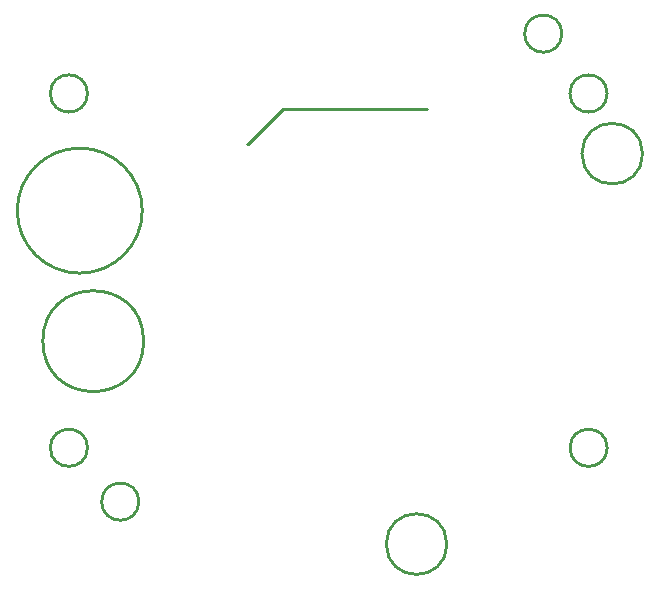
<source format=gbr>
%TF.GenerationSoftware,Altium Limited,Altium Designer,23.3.1 (30)*%
G04 Layer_Color=16711935*
%FSLAX45Y45*%
%MOMM*%
%TF.SameCoordinates,3FCD108A-851F-4062-9BED-621BEB009867*%
%TF.FilePolarity,Positive*%
%TF.FileFunction,Other,Mechanical_1*%
%TF.Part,Single*%
G01*
G75*
%TA.AperFunction,NonConductor*%
%ADD42C,0.25400*%
D42*
X7290859Y5212363D02*
G03*
X7290859Y5212363I-157480J0D01*
G01*
X2890859D02*
G03*
X2890859Y5212363I-157480J0D01*
G01*
Y2212363D02*
G03*
X2890859Y2212363I-157480J0D01*
G01*
X3325559Y1756563D02*
G03*
X3325559Y1756563I-157480J0D01*
G01*
X7290859Y2212363D02*
G03*
X7290859Y2212363I-157480J0D01*
G01*
X6906959Y5718963D02*
G03*
X6906959Y5718963I-157480J0D01*
G01*
X5933741Y1397000D02*
G03*
X5933741Y1397000I-256841J0D01*
G01*
X3366207Y3115463D02*
G03*
X3366207Y3115463I-426728J0D01*
G01*
X3354481Y4220363D02*
G03*
X3354481Y4220363I-529302J0D01*
G01*
X7590521Y4702963D02*
G03*
X7590521Y4702963I-256841J0D01*
G01*
X4241800Y4787900D02*
X4249990D01*
X4542090Y5080000D01*
X5765800D01*
%TF.MD5,f924c46af513289da3483d2767c02125*%
M02*

</source>
